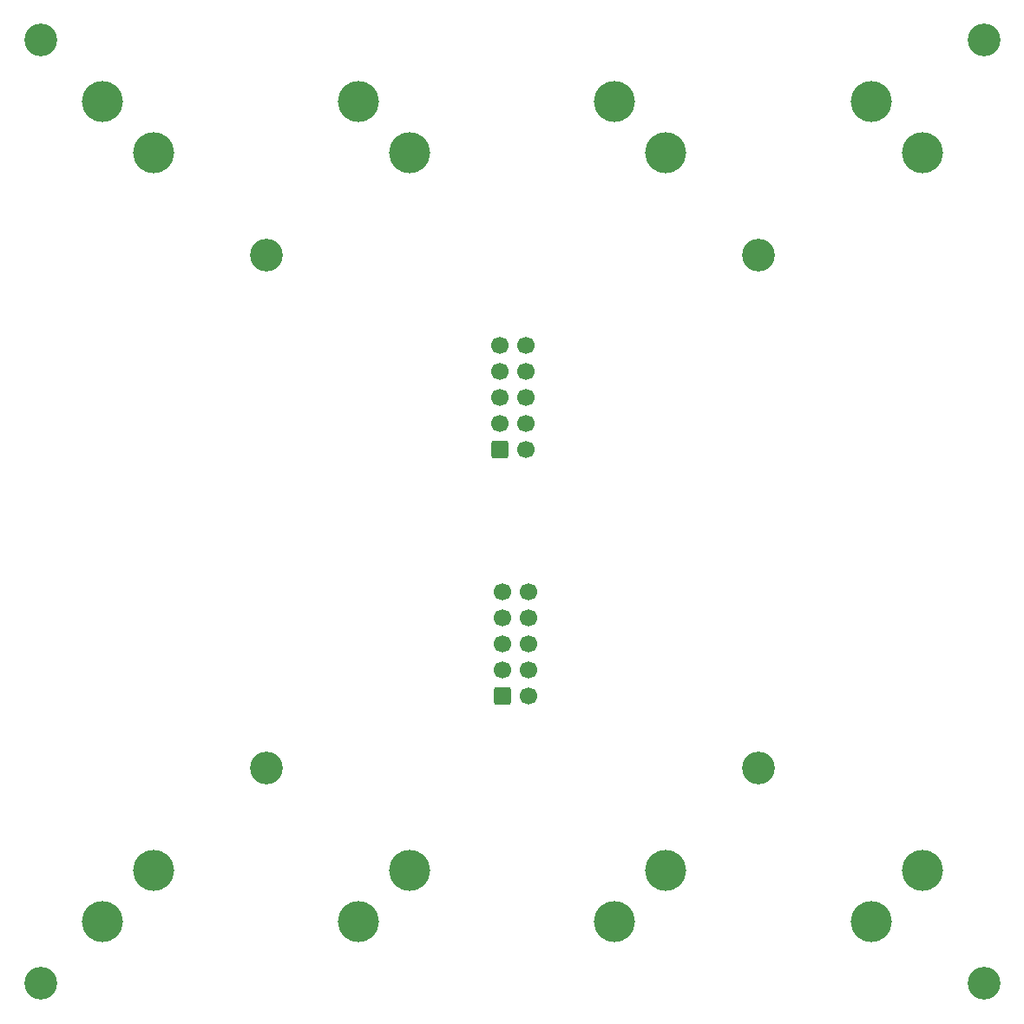
<source format=gts>
G04 #@! TF.GenerationSoftware,KiCad,Pcbnew,(7.0.0)*
G04 #@! TF.CreationDate,2023-05-18T23:41:24+02:00*
G04 #@! TF.ProjectId,Fad_1,4661645f-312e-46b6-9963-61645f706362,rev?*
G04 #@! TF.SameCoordinates,Original*
G04 #@! TF.FileFunction,Soldermask,Top*
G04 #@! TF.FilePolarity,Negative*
%FSLAX46Y46*%
G04 Gerber Fmt 4.6, Leading zero omitted, Abs format (unit mm)*
G04 Created by KiCad (PCBNEW (7.0.0)) date 2023-05-18 23:41:24*
%MOMM*%
%LPD*%
G01*
G04 APERTURE LIST*
G04 Aperture macros list*
%AMRoundRect*
0 Rectangle with rounded corners*
0 $1 Rounding radius*
0 $2 $3 $4 $5 $6 $7 $8 $9 X,Y pos of 4 corners*
0 Add a 4 corners polygon primitive as box body*
4,1,4,$2,$3,$4,$5,$6,$7,$8,$9,$2,$3,0*
0 Add four circle primitives for the rounded corners*
1,1,$1+$1,$2,$3*
1,1,$1+$1,$4,$5*
1,1,$1+$1,$6,$7*
1,1,$1+$1,$8,$9*
0 Add four rect primitives between the rounded corners*
20,1,$1+$1,$2,$3,$4,$5,0*
20,1,$1+$1,$4,$5,$6,$7,0*
20,1,$1+$1,$6,$7,$8,$9,0*
20,1,$1+$1,$8,$9,$2,$3,0*%
G04 Aperture macros list end*
%ADD10C,3.200000*%
%ADD11C,4.000000*%
%ADD12RoundRect,0.250000X-0.600000X-0.600000X0.600000X-0.600000X0.600000X0.600000X-0.600000X0.600000X0*%
%ADD13C,1.700000*%
G04 APERTURE END LIST*
D10*
X154000000Y-65000000D03*
X154000000Y-115000000D03*
D11*
X145000000Y-125000000D03*
X140000000Y-50000000D03*
X140000000Y-130000000D03*
X145000000Y-55000000D03*
D10*
X106000000Y-115000000D03*
D11*
X170000000Y-125000000D03*
X165000000Y-50000000D03*
X165000000Y-130000000D03*
X170000000Y-55000000D03*
D10*
X106000000Y-65000000D03*
D11*
X120000000Y-125000000D03*
X115000000Y-50000000D03*
X115000000Y-130000000D03*
X120000000Y-55000000D03*
X95000000Y-125000000D03*
X90000000Y-50000000D03*
X90000000Y-130000000D03*
X95000000Y-55000000D03*
D10*
X176000000Y-44000000D03*
X84000000Y-136000000D03*
X84000000Y-44000000D03*
X176000000Y-136000000D03*
D12*
X128753500Y-83968000D03*
D13*
X131293500Y-83968000D03*
X128753500Y-81428000D03*
X131293500Y-81428000D03*
X128753500Y-78888000D03*
X131293500Y-78888000D03*
X128753500Y-76348000D03*
X131293500Y-76348000D03*
X128753500Y-73808000D03*
X131293500Y-73808000D03*
D12*
X129000000Y-108000000D03*
D13*
X131540000Y-108000000D03*
X129000000Y-105460000D03*
X131540000Y-105460000D03*
X129000000Y-102920000D03*
X131540000Y-102920000D03*
X129000000Y-100380000D03*
X131540000Y-100380000D03*
X129000000Y-97840000D03*
X131540000Y-97840000D03*
M02*

</source>
